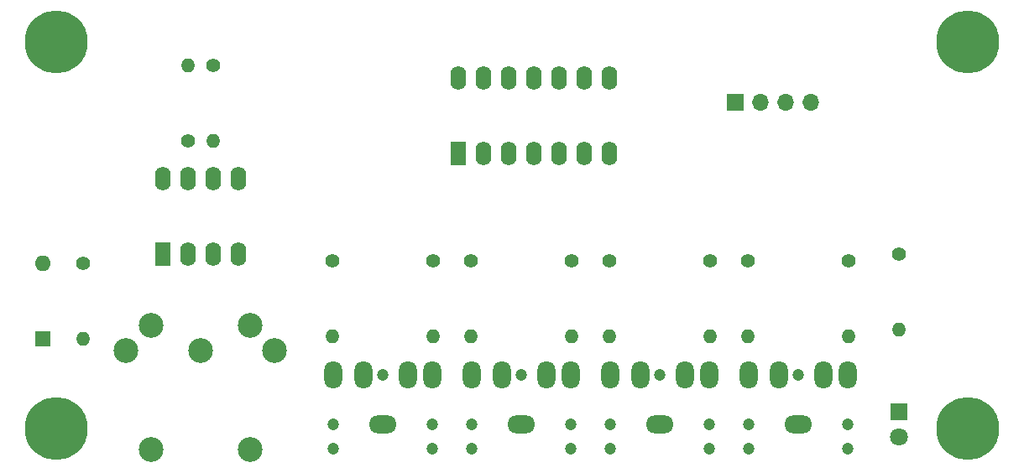
<source format=gts>
%TF.GenerationSoftware,KiCad,Pcbnew,(6.0.1)*%
%TF.CreationDate,2022-10-07T11:29:30-04:00*%
%TF.ProjectId,MOD-MIDI-THRU,4d4f442d-4d49-4444-992d-544852552e6b,1*%
%TF.SameCoordinates,Original*%
%TF.FileFunction,Soldermask,Top*%
%TF.FilePolarity,Negative*%
%FSLAX46Y46*%
G04 Gerber Fmt 4.6, Leading zero omitted, Abs format (unit mm)*
G04 Created by KiCad (PCBNEW (6.0.1)) date 2022-10-07 11:29:30*
%MOMM*%
%LPD*%
G01*
G04 APERTURE LIST*
%ADD10C,1.400000*%
%ADD11O,1.400000X1.400000*%
%ADD12C,6.350000*%
%ADD13C,1.200000*%
%ADD14O,1.800000X2.800000*%
%ADD15O,2.800000X1.800000*%
%ADD16R,1.600000X2.400000*%
%ADD17O,1.600000X2.400000*%
%ADD18R,1.800000X1.800000*%
%ADD19C,1.800000*%
%ADD20R,1.600000X1.600000*%
%ADD21O,1.600000X1.600000*%
%ADD22R,1.700000X1.700000*%
%ADD23O,1.700000X1.700000*%
%ADD24C,2.500000*%
G04 APERTURE END LIST*
D10*
%TO.C,R8*%
X149860000Y-66040000D03*
D11*
X149860000Y-73660000D03*
%TD*%
D12*
%TO.C,MTG1*%
X94000000Y-83000000D03*
%TD*%
D10*
%TO.C,R6*%
X135890000Y-66040000D03*
D11*
X135890000Y-73660000D03*
%TD*%
D13*
%TO.C,J5*%
X173910000Y-82550000D03*
X163910000Y-85050000D03*
X173910000Y-85050000D03*
X168910000Y-77550000D03*
X163910000Y-82550000D03*
D14*
X163910000Y-77550000D03*
X166910000Y-77550000D03*
D15*
X168910000Y-82550000D03*
D14*
X173910000Y-77550000D03*
X171410000Y-77550000D03*
%TD*%
D10*
%TO.C,R7*%
X146050000Y-66040000D03*
D11*
X146050000Y-73660000D03*
%TD*%
D13*
%TO.C,J4*%
X159940000Y-82550000D03*
X154940000Y-77550000D03*
X149940000Y-85050000D03*
X159940000Y-85050000D03*
X149940000Y-82550000D03*
D14*
X149940000Y-77550000D03*
X152940000Y-77550000D03*
D15*
X154940000Y-82550000D03*
D14*
X159940000Y-77550000D03*
X157440000Y-77550000D03*
%TD*%
D10*
%TO.C,R4*%
X121920000Y-66040000D03*
D11*
X121920000Y-73660000D03*
%TD*%
D16*
%TO.C,U1*%
X134615000Y-55260000D03*
D17*
X137155000Y-55260000D03*
X139695000Y-55260000D03*
X142235000Y-55260000D03*
X144775000Y-55260000D03*
X147315000Y-55260000D03*
X149855000Y-55260000D03*
X149855000Y-47640000D03*
X147315000Y-47640000D03*
X144775000Y-47640000D03*
X142235000Y-47640000D03*
X139695000Y-47640000D03*
X137155000Y-47640000D03*
X134615000Y-47640000D03*
%TD*%
D10*
%TO.C,R11*%
X173990000Y-66040000D03*
D11*
X173990000Y-73660000D03*
%TD*%
D10*
%TO.C,R5*%
X132080000Y-66040000D03*
D11*
X132080000Y-73660000D03*
%TD*%
D10*
%TO.C,R3*%
X96774000Y-66294000D03*
D11*
X96774000Y-73914000D03*
%TD*%
D18*
%TO.C,D1*%
X179070000Y-81275000D03*
D19*
X179070000Y-83815000D03*
%TD*%
D10*
%TO.C,R9*%
X160020000Y-66040000D03*
D11*
X160020000Y-73660000D03*
%TD*%
D12*
%TO.C,MTG3*%
X94000000Y-44000000D03*
%TD*%
D20*
%TO.C,D2*%
X92710000Y-73914000D03*
D21*
X92710000Y-66294000D03*
%TD*%
D22*
%TO.C,J6*%
X162570000Y-50095000D03*
D23*
X165110000Y-50095000D03*
X167650000Y-50095000D03*
X170190000Y-50095000D03*
%TD*%
D10*
%TO.C,R10*%
X163830000Y-66040000D03*
D11*
X163830000Y-73660000D03*
%TD*%
D24*
%TO.C,J1*%
X116085000Y-75105000D03*
X108585000Y-75105000D03*
X101085000Y-75105000D03*
X113585000Y-72605000D03*
X103585000Y-72605000D03*
X113585000Y-85105000D03*
X103585000Y-85105000D03*
%TD*%
D13*
%TO.C,J2*%
X132000000Y-82550000D03*
X132000000Y-85050000D03*
X122000000Y-82550000D03*
X127000000Y-77550000D03*
X122000000Y-85050000D03*
D14*
X122000000Y-77550000D03*
X125000000Y-77550000D03*
D15*
X127000000Y-82550000D03*
D14*
X132000000Y-77550000D03*
X129500000Y-77550000D03*
%TD*%
D13*
%TO.C,J3*%
X135970000Y-85050000D03*
X135970000Y-82550000D03*
X145970000Y-85050000D03*
X140970000Y-77550000D03*
X145970000Y-82550000D03*
D14*
X135970000Y-77550000D03*
X138970000Y-77550000D03*
D15*
X140970000Y-82550000D03*
D14*
X145970000Y-77550000D03*
X143470000Y-77550000D03*
%TD*%
D10*
%TO.C,R12*%
X179070000Y-65405000D03*
D11*
X179070000Y-73025000D03*
%TD*%
D10*
%TO.C,R2*%
X109855000Y-46355000D03*
D11*
X109855000Y-53975000D03*
%TD*%
D10*
%TO.C,R1*%
X107315000Y-53975000D03*
D11*
X107315000Y-46355000D03*
%TD*%
D16*
%TO.C,U2*%
X104785000Y-65395000D03*
D17*
X107325000Y-65395000D03*
X109865000Y-65395000D03*
X112405000Y-65395000D03*
X112405000Y-57775000D03*
X109865000Y-57775000D03*
X107325000Y-57775000D03*
X104785000Y-57775000D03*
%TD*%
D12*
%TO.C,MTG2*%
X186000000Y-83000000D03*
%TD*%
%TO.C,MTG4*%
X186000000Y-44000000D03*
%TD*%
M02*

</source>
